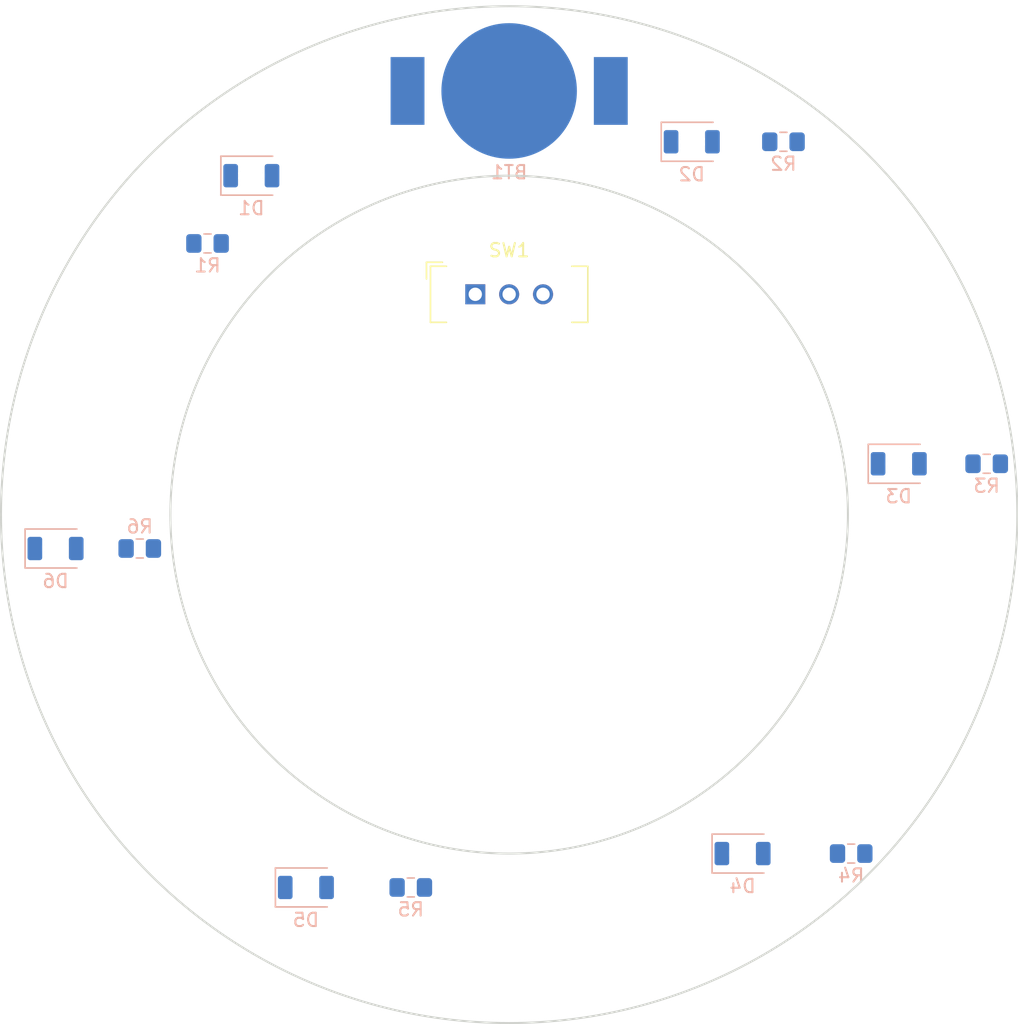
<source format=kicad_pcb>
(kicad_pcb (version 20171130) (host pcbnew 5.0.2-bee76a0~70~ubuntu16.04.1)

  (general
    (thickness 1.6)
    (drawings 2)
    (tracks 0)
    (zones 0)
    (modules 14)
    (nets 11)
  )

  (page A4)
  (layers
    (0 F.Cu signal)
    (31 B.Cu signal)
    (32 B.Adhes user)
    (33 F.Adhes user)
    (34 B.Paste user)
    (35 F.Paste user)
    (36 B.SilkS user)
    (37 F.SilkS user)
    (38 B.Mask user)
    (39 F.Mask user)
    (40 Dwgs.User user)
    (41 Cmts.User user)
    (42 Eco1.User user)
    (43 Eco2.User user)
    (44 Edge.Cuts user)
    (45 Margin user)
    (46 B.CrtYd user)
    (47 F.CrtYd user)
    (48 B.Fab user)
    (49 F.Fab user)
  )

  (setup
    (last_trace_width 0.25)
    (trace_clearance 0.2)
    (zone_clearance 0.508)
    (zone_45_only no)
    (trace_min 0.2)
    (segment_width 0.2)
    (edge_width 0.15)
    (via_size 0.8)
    (via_drill 0.4)
    (via_min_size 0.4)
    (via_min_drill 0.3)
    (uvia_size 0.3)
    (uvia_drill 0.1)
    (uvias_allowed no)
    (uvia_min_size 0.2)
    (uvia_min_drill 0.1)
    (pcb_text_width 0.3)
    (pcb_text_size 1.5 1.5)
    (mod_edge_width 0.15)
    (mod_text_size 1 1)
    (mod_text_width 0.15)
    (pad_size 1.524 1.524)
    (pad_drill 0.762)
    (pad_to_mask_clearance 0.051)
    (solder_mask_min_width 0.25)
    (aux_axis_origin 0 0)
    (visible_elements FFFFFF7F)
    (pcbplotparams
      (layerselection 0x010fc_ffffffff)
      (usegerberextensions false)
      (usegerberattributes false)
      (usegerberadvancedattributes false)
      (creategerberjobfile false)
      (excludeedgelayer true)
      (linewidth 0.100000)
      (plotframeref false)
      (viasonmask false)
      (mode 1)
      (useauxorigin false)
      (hpglpennumber 1)
      (hpglpenspeed 20)
      (hpglpendiameter 15.000000)
      (psnegative false)
      (psa4output false)
      (plotreference true)
      (plotvalue true)
      (plotinvisibletext false)
      (padsonsilk false)
      (subtractmaskfromsilk false)
      (outputformat 1)
      (mirror false)
      (drillshape 1)
      (scaleselection 1)
      (outputdirectory ""))
  )

  (net 0 "")
  (net 1 VCC)
  (net 2 "Net-(BT1-Pad2)")
  (net 3 GND)
  (net 4 "Net-(D1-Pad2)")
  (net 5 "Net-(D2-Pad2)")
  (net 6 "Net-(D3-Pad2)")
  (net 7 "Net-(D4-Pad2)")
  (net 8 "Net-(D5-Pad2)")
  (net 9 "Net-(D6-Pad2)")
  (net 10 "Net-(SW1-Pad3)")

  (net_class Default "This is the default net class."
    (clearance 0.2)
    (trace_width 0.25)
    (via_dia 0.8)
    (via_drill 0.4)
    (uvia_dia 0.3)
    (uvia_drill 0.1)
    (add_net GND)
    (add_net "Net-(BT1-Pad2)")
    (add_net "Net-(D1-Pad2)")
    (add_net "Net-(D2-Pad2)")
    (add_net "Net-(D3-Pad2)")
    (add_net "Net-(D4-Pad2)")
    (add_net "Net-(D5-Pad2)")
    (add_net "Net-(D6-Pad2)")
    (add_net "Net-(SW1-Pad3)")
    (add_net VCC)
  )

  (module salvation:LED_1206_3216Metric_ReverseMount_Hole1.8x2.4mm (layer B.Cu) (tedit 5D0054B9) (tstamp 5D21C876)
    (at 133.07 101.6)
    (path /5CFF7DF8)
    (fp_text reference D1 (at 0 2.4384) (layer B.SilkS)
      (effects (font (size 1 1) (thickness 0.15)) (justify mirror))
    )
    (fp_text value LED (at 0.0254 -2.2098) (layer B.Fab)
      (effects (font (size 1 1) (thickness 0.15)) (justify mirror))
    )
    (fp_line (start 1.6 1.46) (end -2.285 1.46) (layer B.SilkS) (width 0.12))
    (fp_line (start 1.6 0.8) (end -1.2 0.8) (layer B.Fab) (width 0.1))
    (fp_line (start 1.6 -0.8) (end 1.6 0.8) (layer B.Fab) (width 0.1))
    (fp_line (start 2.28 -1.46) (end -2.28 -1.46) (layer B.CrtYd) (width 0.05))
    (fp_line (start -1.6 0.4) (end -1.6 -0.8) (layer B.Fab) (width 0.1))
    (fp_line (start -2.285 -1.46) (end 1.6 -1.46) (layer B.SilkS) (width 0.12))
    (fp_line (start -2.28 -1.46) (end -2.28 1.46) (layer B.CrtYd) (width 0.05))
    (fp_line (start -1.6 -0.8) (end 1.6 -0.8) (layer B.Fab) (width 0.1))
    (fp_line (start -2.285 1.46) (end -2.285 -1.46) (layer B.SilkS) (width 0.12))
    (fp_line (start -1.2 0.8) (end -1.6 0.4) (layer B.Fab) (width 0.1))
    (fp_line (start 2.28 1.46) (end 2.28 -1.46) (layer B.CrtYd) (width 0.05))
    (fp_line (start -2.28 1.46) (end 2.28 1.46) (layer B.CrtYd) (width 0.05))
    (fp_text user %R (at 0 0) (layer B.Fab)
      (effects (font (size 0.8 0.8) (thickness 0.12)) (justify mirror))
    )
    (pad "" np_thru_hole circle (at 0 0) (size 1.8 1.8) (drill 1.8) (layers *.Cu))
    (pad 1 smd roundrect (at -1.55 0) (size 1.1 1.75) (layers B.Cu B.Paste B.Mask) (roundrect_rratio 0.175)
      (net 3 GND))
    (pad 2 smd roundrect (at 1.55 0) (size 1.1 1.75) (layers B.Cu B.Paste B.Mask) (roundrect_rratio 0.175)
      (net 4 "Net-(D1-Pad2)"))
  )

  (module salvation:LED_1206_3216Metric_ReverseMount_Hole1.8x2.4mm (layer B.Cu) (tedit 5D0054B9) (tstamp 5D21C88A)
    (at 166.09 99.06)
    (path /5CFF7DEA)
    (fp_text reference D2 (at 0 2.4384) (layer B.SilkS)
      (effects (font (size 1 1) (thickness 0.15)) (justify mirror))
    )
    (fp_text value LED (at 0.0254 -2.2098) (layer B.Fab)
      (effects (font (size 1 1) (thickness 0.15)) (justify mirror))
    )
    (fp_text user %R (at 0 0) (layer B.Fab)
      (effects (font (size 0.8 0.8) (thickness 0.12)) (justify mirror))
    )
    (fp_line (start -2.28 1.46) (end 2.28 1.46) (layer B.CrtYd) (width 0.05))
    (fp_line (start 2.28 1.46) (end 2.28 -1.46) (layer B.CrtYd) (width 0.05))
    (fp_line (start -1.2 0.8) (end -1.6 0.4) (layer B.Fab) (width 0.1))
    (fp_line (start -2.285 1.46) (end -2.285 -1.46) (layer B.SilkS) (width 0.12))
    (fp_line (start -1.6 -0.8) (end 1.6 -0.8) (layer B.Fab) (width 0.1))
    (fp_line (start -2.28 -1.46) (end -2.28 1.46) (layer B.CrtYd) (width 0.05))
    (fp_line (start -2.285 -1.46) (end 1.6 -1.46) (layer B.SilkS) (width 0.12))
    (fp_line (start -1.6 0.4) (end -1.6 -0.8) (layer B.Fab) (width 0.1))
    (fp_line (start 2.28 -1.46) (end -2.28 -1.46) (layer B.CrtYd) (width 0.05))
    (fp_line (start 1.6 -0.8) (end 1.6 0.8) (layer B.Fab) (width 0.1))
    (fp_line (start 1.6 0.8) (end -1.2 0.8) (layer B.Fab) (width 0.1))
    (fp_line (start 1.6 1.46) (end -2.285 1.46) (layer B.SilkS) (width 0.12))
    (pad 2 smd roundrect (at 1.55 0) (size 1.1 1.75) (layers B.Cu B.Paste B.Mask) (roundrect_rratio 0.175)
      (net 5 "Net-(D2-Pad2)"))
    (pad 1 smd roundrect (at -1.55 0) (size 1.1 1.75) (layers B.Cu B.Paste B.Mask) (roundrect_rratio 0.175)
      (net 3 GND))
    (pad "" np_thru_hole circle (at 0 0) (size 1.8 1.8) (drill 1.8) (layers *.Cu))
  )

  (module salvation:LED_1206_3216Metric_ReverseMount_Hole1.8x2.4mm (layer B.Cu) (tedit 5D0054B9) (tstamp 5D21C89E)
    (at 181.61 123.19)
    (path /5CFF786B)
    (fp_text reference D3 (at 0 2.4384) (layer B.SilkS)
      (effects (font (size 1 1) (thickness 0.15)) (justify mirror))
    )
    (fp_text value LED (at 0.0254 -2.2098) (layer B.Fab)
      (effects (font (size 1 1) (thickness 0.15)) (justify mirror))
    )
    (fp_line (start 1.6 1.46) (end -2.285 1.46) (layer B.SilkS) (width 0.12))
    (fp_line (start 1.6 0.8) (end -1.2 0.8) (layer B.Fab) (width 0.1))
    (fp_line (start 1.6 -0.8) (end 1.6 0.8) (layer B.Fab) (width 0.1))
    (fp_line (start 2.28 -1.46) (end -2.28 -1.46) (layer B.CrtYd) (width 0.05))
    (fp_line (start -1.6 0.4) (end -1.6 -0.8) (layer B.Fab) (width 0.1))
    (fp_line (start -2.285 -1.46) (end 1.6 -1.46) (layer B.SilkS) (width 0.12))
    (fp_line (start -2.28 -1.46) (end -2.28 1.46) (layer B.CrtYd) (width 0.05))
    (fp_line (start -1.6 -0.8) (end 1.6 -0.8) (layer B.Fab) (width 0.1))
    (fp_line (start -2.285 1.46) (end -2.285 -1.46) (layer B.SilkS) (width 0.12))
    (fp_line (start -1.2 0.8) (end -1.6 0.4) (layer B.Fab) (width 0.1))
    (fp_line (start 2.28 1.46) (end 2.28 -1.46) (layer B.CrtYd) (width 0.05))
    (fp_line (start -2.28 1.46) (end 2.28 1.46) (layer B.CrtYd) (width 0.05))
    (fp_text user %R (at 0 0) (layer B.Fab)
      (effects (font (size 0.8 0.8) (thickness 0.12)) (justify mirror))
    )
    (pad "" np_thru_hole circle (at 0 0) (size 1.8 1.8) (drill 1.8) (layers *.Cu))
    (pad 1 smd roundrect (at -1.55 0) (size 1.1 1.75) (layers B.Cu B.Paste B.Mask) (roundrect_rratio 0.175)
      (net 3 GND))
    (pad 2 smd roundrect (at 1.55 0) (size 1.1 1.75) (layers B.Cu B.Paste B.Mask) (roundrect_rratio 0.175)
      (net 6 "Net-(D3-Pad2)"))
  )

  (module salvation:LED_1206_3216Metric_ReverseMount_Hole1.8x2.4mm (layer B.Cu) (tedit 5D0054B9) (tstamp 5D21CCCB)
    (at 169.9 152.4)
    (path /5CFF785D)
    (fp_text reference D4 (at 0 2.4384) (layer B.SilkS)
      (effects (font (size 1 1) (thickness 0.15)) (justify mirror))
    )
    (fp_text value LED (at 0.0254 -2.2098) (layer B.Fab)
      (effects (font (size 1 1) (thickness 0.15)) (justify mirror))
    )
    (fp_text user %R (at 0 0) (layer B.Fab)
      (effects (font (size 0.8 0.8) (thickness 0.12)) (justify mirror))
    )
    (fp_line (start -2.28 1.46) (end 2.28 1.46) (layer B.CrtYd) (width 0.05))
    (fp_line (start 2.28 1.46) (end 2.28 -1.46) (layer B.CrtYd) (width 0.05))
    (fp_line (start -1.2 0.8) (end -1.6 0.4) (layer B.Fab) (width 0.1))
    (fp_line (start -2.285 1.46) (end -2.285 -1.46) (layer B.SilkS) (width 0.12))
    (fp_line (start -1.6 -0.8) (end 1.6 -0.8) (layer B.Fab) (width 0.1))
    (fp_line (start -2.28 -1.46) (end -2.28 1.46) (layer B.CrtYd) (width 0.05))
    (fp_line (start -2.285 -1.46) (end 1.6 -1.46) (layer B.SilkS) (width 0.12))
    (fp_line (start -1.6 0.4) (end -1.6 -0.8) (layer B.Fab) (width 0.1))
    (fp_line (start 2.28 -1.46) (end -2.28 -1.46) (layer B.CrtYd) (width 0.05))
    (fp_line (start 1.6 -0.8) (end 1.6 0.8) (layer B.Fab) (width 0.1))
    (fp_line (start 1.6 0.8) (end -1.2 0.8) (layer B.Fab) (width 0.1))
    (fp_line (start 1.6 1.46) (end -2.285 1.46) (layer B.SilkS) (width 0.12))
    (pad 2 smd roundrect (at 1.55 0) (size 1.1 1.75) (layers B.Cu B.Paste B.Mask) (roundrect_rratio 0.175)
      (net 7 "Net-(D4-Pad2)"))
    (pad 1 smd roundrect (at -1.55 0) (size 1.1 1.75) (layers B.Cu B.Paste B.Mask) (roundrect_rratio 0.175)
      (net 3 GND))
    (pad "" np_thru_hole circle (at 0 0) (size 1.8 1.8) (drill 1.8) (layers *.Cu))
  )

  (module salvation:LED_1206_3216Metric_ReverseMount_Hole1.8x2.4mm (layer B.Cu) (tedit 5D0054B9) (tstamp 5D21C8C6)
    (at 137.16 154.94)
    (path /5CFF6FB7)
    (fp_text reference D5 (at 0 2.4384) (layer B.SilkS)
      (effects (font (size 1 1) (thickness 0.15)) (justify mirror))
    )
    (fp_text value LED (at 0.0254 -2.2098) (layer B.Fab)
      (effects (font (size 1 1) (thickness 0.15)) (justify mirror))
    )
    (fp_line (start 1.6 1.46) (end -2.285 1.46) (layer B.SilkS) (width 0.12))
    (fp_line (start 1.6 0.8) (end -1.2 0.8) (layer B.Fab) (width 0.1))
    (fp_line (start 1.6 -0.8) (end 1.6 0.8) (layer B.Fab) (width 0.1))
    (fp_line (start 2.28 -1.46) (end -2.28 -1.46) (layer B.CrtYd) (width 0.05))
    (fp_line (start -1.6 0.4) (end -1.6 -0.8) (layer B.Fab) (width 0.1))
    (fp_line (start -2.285 -1.46) (end 1.6 -1.46) (layer B.SilkS) (width 0.12))
    (fp_line (start -2.28 -1.46) (end -2.28 1.46) (layer B.CrtYd) (width 0.05))
    (fp_line (start -1.6 -0.8) (end 1.6 -0.8) (layer B.Fab) (width 0.1))
    (fp_line (start -2.285 1.46) (end -2.285 -1.46) (layer B.SilkS) (width 0.12))
    (fp_line (start -1.2 0.8) (end -1.6 0.4) (layer B.Fab) (width 0.1))
    (fp_line (start 2.28 1.46) (end 2.28 -1.46) (layer B.CrtYd) (width 0.05))
    (fp_line (start -2.28 1.46) (end 2.28 1.46) (layer B.CrtYd) (width 0.05))
    (fp_text user %R (at 0 0) (layer B.Fab)
      (effects (font (size 0.8 0.8) (thickness 0.12)) (justify mirror))
    )
    (pad "" np_thru_hole circle (at 0 0) (size 1.8 1.8) (drill 1.8) (layers *.Cu))
    (pad 1 smd roundrect (at -1.55 0) (size 1.1 1.75) (layers B.Cu B.Paste B.Mask) (roundrect_rratio 0.175)
      (net 3 GND))
    (pad 2 smd roundrect (at 1.55 0) (size 1.1 1.75) (layers B.Cu B.Paste B.Mask) (roundrect_rratio 0.175)
      (net 8 "Net-(D5-Pad2)"))
  )

  (module salvation:LED_1206_3216Metric_ReverseMount_Hole1.8x2.4mm (layer B.Cu) (tedit 5D0054B9) (tstamp 5D21C8DA)
    (at 118.39 129.54)
    (path /5CFF495B)
    (fp_text reference D6 (at 0 2.4384) (layer B.SilkS)
      (effects (font (size 1 1) (thickness 0.15)) (justify mirror))
    )
    (fp_text value LED (at 0.0254 -2.2098) (layer B.Fab)
      (effects (font (size 1 1) (thickness 0.15)) (justify mirror))
    )
    (fp_text user %R (at 0 0) (layer B.Fab)
      (effects (font (size 0.8 0.8) (thickness 0.12)) (justify mirror))
    )
    (fp_line (start -2.28 1.46) (end 2.28 1.46) (layer B.CrtYd) (width 0.05))
    (fp_line (start 2.28 1.46) (end 2.28 -1.46) (layer B.CrtYd) (width 0.05))
    (fp_line (start -1.2 0.8) (end -1.6 0.4) (layer B.Fab) (width 0.1))
    (fp_line (start -2.285 1.46) (end -2.285 -1.46) (layer B.SilkS) (width 0.12))
    (fp_line (start -1.6 -0.8) (end 1.6 -0.8) (layer B.Fab) (width 0.1))
    (fp_line (start -2.28 -1.46) (end -2.28 1.46) (layer B.CrtYd) (width 0.05))
    (fp_line (start -2.285 -1.46) (end 1.6 -1.46) (layer B.SilkS) (width 0.12))
    (fp_line (start -1.6 0.4) (end -1.6 -0.8) (layer B.Fab) (width 0.1))
    (fp_line (start 2.28 -1.46) (end -2.28 -1.46) (layer B.CrtYd) (width 0.05))
    (fp_line (start 1.6 -0.8) (end 1.6 0.8) (layer B.Fab) (width 0.1))
    (fp_line (start 1.6 0.8) (end -1.2 0.8) (layer B.Fab) (width 0.1))
    (fp_line (start 1.6 1.46) (end -2.285 1.46) (layer B.SilkS) (width 0.12))
    (pad 2 smd roundrect (at 1.55 0) (size 1.1 1.75) (layers B.Cu B.Paste B.Mask) (roundrect_rratio 0.175)
      (net 9 "Net-(D6-Pad2)"))
    (pad 1 smd roundrect (at -1.55 0) (size 1.1 1.75) (layers B.Cu B.Paste B.Mask) (roundrect_rratio 0.175)
      (net 3 GND))
    (pad "" np_thru_hole circle (at 0 0) (size 1.8 1.8) (drill 1.8) (layers *.Cu))
  )

  (module Resistor_SMD:R_0805_2012Metric_Pad1.15x1.40mm_HandSolder (layer B.Cu) (tedit 5B36C52B) (tstamp 5D21C8EB)
    (at 129.785 106.68)
    (descr "Resistor SMD 0805 (2012 Metric), square (rectangular) end terminal, IPC_7351 nominal with elongated pad for handsoldering. (Body size source: https://docs.google.com/spreadsheets/d/1BsfQQcO9C6DZCsRaXUlFlo91Tg2WpOkGARC1WS5S8t0/edit?usp=sharing), generated with kicad-footprint-generator")
    (tags "resistor handsolder")
    (path /5CFF7DFF)
    (attr smd)
    (fp_text reference R1 (at 0 1.65) (layer B.SilkS)
      (effects (font (size 1 1) (thickness 0.15)) (justify mirror))
    )
    (fp_text value 68 (at 0 -1.65) (layer B.Fab)
      (effects (font (size 1 1) (thickness 0.15)) (justify mirror))
    )
    (fp_text user %R (at 0 0) (layer B.Fab)
      (effects (font (size 0.5 0.5) (thickness 0.08)) (justify mirror))
    )
    (fp_line (start 1.85 -0.95) (end -1.85 -0.95) (layer B.CrtYd) (width 0.05))
    (fp_line (start 1.85 0.95) (end 1.85 -0.95) (layer B.CrtYd) (width 0.05))
    (fp_line (start -1.85 0.95) (end 1.85 0.95) (layer B.CrtYd) (width 0.05))
    (fp_line (start -1.85 -0.95) (end -1.85 0.95) (layer B.CrtYd) (width 0.05))
    (fp_line (start -0.261252 -0.71) (end 0.261252 -0.71) (layer B.SilkS) (width 0.12))
    (fp_line (start -0.261252 0.71) (end 0.261252 0.71) (layer B.SilkS) (width 0.12))
    (fp_line (start 1 -0.6) (end -1 -0.6) (layer B.Fab) (width 0.1))
    (fp_line (start 1 0.6) (end 1 -0.6) (layer B.Fab) (width 0.1))
    (fp_line (start -1 0.6) (end 1 0.6) (layer B.Fab) (width 0.1))
    (fp_line (start -1 -0.6) (end -1 0.6) (layer B.Fab) (width 0.1))
    (pad 2 smd roundrect (at 1.025 0) (size 1.15 1.4) (layers B.Cu B.Paste B.Mask) (roundrect_rratio 0.217391)
      (net 4 "Net-(D1-Pad2)"))
    (pad 1 smd roundrect (at -1.025 0) (size 1.15 1.4) (layers B.Cu B.Paste B.Mask) (roundrect_rratio 0.217391)
      (net 1 VCC))
    (model ${KISYS3DMOD}/Resistor_SMD.3dshapes/R_0805_2012Metric.wrl
      (at (xyz 0 0 0))
      (scale (xyz 1 1 1))
      (rotate (xyz 0 0 0))
    )
  )

  (module Resistor_SMD:R_0805_2012Metric_Pad1.15x1.40mm_HandSolder (layer B.Cu) (tedit 5B36C52B) (tstamp 5D21C8FC)
    (at 172.965 99.06)
    (descr "Resistor SMD 0805 (2012 Metric), square (rectangular) end terminal, IPC_7351 nominal with elongated pad for handsoldering. (Body size source: https://docs.google.com/spreadsheets/d/1BsfQQcO9C6DZCsRaXUlFlo91Tg2WpOkGARC1WS5S8t0/edit?usp=sharing), generated with kicad-footprint-generator")
    (tags "resistor handsolder")
    (path /5CFF7DF1)
    (attr smd)
    (fp_text reference R2 (at 0 1.65) (layer B.SilkS)
      (effects (font (size 1 1) (thickness 0.15)) (justify mirror))
    )
    (fp_text value 68 (at 0 -1.65) (layer B.Fab)
      (effects (font (size 1 1) (thickness 0.15)) (justify mirror))
    )
    (fp_line (start -1 -0.6) (end -1 0.6) (layer B.Fab) (width 0.1))
    (fp_line (start -1 0.6) (end 1 0.6) (layer B.Fab) (width 0.1))
    (fp_line (start 1 0.6) (end 1 -0.6) (layer B.Fab) (width 0.1))
    (fp_line (start 1 -0.6) (end -1 -0.6) (layer B.Fab) (width 0.1))
    (fp_line (start -0.261252 0.71) (end 0.261252 0.71) (layer B.SilkS) (width 0.12))
    (fp_line (start -0.261252 -0.71) (end 0.261252 -0.71) (layer B.SilkS) (width 0.12))
    (fp_line (start -1.85 -0.95) (end -1.85 0.95) (layer B.CrtYd) (width 0.05))
    (fp_line (start -1.85 0.95) (end 1.85 0.95) (layer B.CrtYd) (width 0.05))
    (fp_line (start 1.85 0.95) (end 1.85 -0.95) (layer B.CrtYd) (width 0.05))
    (fp_line (start 1.85 -0.95) (end -1.85 -0.95) (layer B.CrtYd) (width 0.05))
    (fp_text user %R (at 0 0) (layer B.Fab)
      (effects (font (size 0.5 0.5) (thickness 0.08)) (justify mirror))
    )
    (pad 1 smd roundrect (at -1.025 0) (size 1.15 1.4) (layers B.Cu B.Paste B.Mask) (roundrect_rratio 0.217391)
      (net 1 VCC))
    (pad 2 smd roundrect (at 1.025 0) (size 1.15 1.4) (layers B.Cu B.Paste B.Mask) (roundrect_rratio 0.217391)
      (net 5 "Net-(D2-Pad2)"))
    (model ${KISYS3DMOD}/Resistor_SMD.3dshapes/R_0805_2012Metric.wrl
      (at (xyz 0 0 0))
      (scale (xyz 1 1 1))
      (rotate (xyz 0 0 0))
    )
  )

  (module Resistor_SMD:R_0805_2012Metric_Pad1.15x1.40mm_HandSolder (layer B.Cu) (tedit 5B36C52B) (tstamp 5D21C90D)
    (at 188.205 123.19)
    (descr "Resistor SMD 0805 (2012 Metric), square (rectangular) end terminal, IPC_7351 nominal with elongated pad for handsoldering. (Body size source: https://docs.google.com/spreadsheets/d/1BsfQQcO9C6DZCsRaXUlFlo91Tg2WpOkGARC1WS5S8t0/edit?usp=sharing), generated with kicad-footprint-generator")
    (tags "resistor handsolder")
    (path /5CFF7872)
    (attr smd)
    (fp_text reference R3 (at 0 1.65) (layer B.SilkS)
      (effects (font (size 1 1) (thickness 0.15)) (justify mirror))
    )
    (fp_text value 68 (at 0 -1.65) (layer B.Fab)
      (effects (font (size 1 1) (thickness 0.15)) (justify mirror))
    )
    (fp_text user %R (at 0 0) (layer B.Fab)
      (effects (font (size 0.5 0.5) (thickness 0.08)) (justify mirror))
    )
    (fp_line (start 1.85 -0.95) (end -1.85 -0.95) (layer B.CrtYd) (width 0.05))
    (fp_line (start 1.85 0.95) (end 1.85 -0.95) (layer B.CrtYd) (width 0.05))
    (fp_line (start -1.85 0.95) (end 1.85 0.95) (layer B.CrtYd) (width 0.05))
    (fp_line (start -1.85 -0.95) (end -1.85 0.95) (layer B.CrtYd) (width 0.05))
    (fp_line (start -0.261252 -0.71) (end 0.261252 -0.71) (layer B.SilkS) (width 0.12))
    (fp_line (start -0.261252 0.71) (end 0.261252 0.71) (layer B.SilkS) (width 0.12))
    (fp_line (start 1 -0.6) (end -1 -0.6) (layer B.Fab) (width 0.1))
    (fp_line (start 1 0.6) (end 1 -0.6) (layer B.Fab) (width 0.1))
    (fp_line (start -1 0.6) (end 1 0.6) (layer B.Fab) (width 0.1))
    (fp_line (start -1 -0.6) (end -1 0.6) (layer B.Fab) (width 0.1))
    (pad 2 smd roundrect (at 1.025 0) (size 1.15 1.4) (layers B.Cu B.Paste B.Mask) (roundrect_rratio 0.217391)
      (net 6 "Net-(D3-Pad2)"))
    (pad 1 smd roundrect (at -1.025 0) (size 1.15 1.4) (layers B.Cu B.Paste B.Mask) (roundrect_rratio 0.217391)
      (net 1 VCC))
    (model ${KISYS3DMOD}/Resistor_SMD.3dshapes/R_0805_2012Metric.wrl
      (at (xyz 0 0 0))
      (scale (xyz 1 1 1))
      (rotate (xyz 0 0 0))
    )
  )

  (module Resistor_SMD:R_0805_2012Metric_Pad1.15x1.40mm_HandSolder (layer B.Cu) (tedit 5B36C52B) (tstamp 5D21C91E)
    (at 178.045 152.4)
    (descr "Resistor SMD 0805 (2012 Metric), square (rectangular) end terminal, IPC_7351 nominal with elongated pad for handsoldering. (Body size source: https://docs.google.com/spreadsheets/d/1BsfQQcO9C6DZCsRaXUlFlo91Tg2WpOkGARC1WS5S8t0/edit?usp=sharing), generated with kicad-footprint-generator")
    (tags "resistor handsolder")
    (path /5CFF7864)
    (attr smd)
    (fp_text reference R4 (at 0 1.65) (layer B.SilkS)
      (effects (font (size 1 1) (thickness 0.15)) (justify mirror))
    )
    (fp_text value 68 (at 0 -1.65) (layer B.Fab)
      (effects (font (size 1 1) (thickness 0.15)) (justify mirror))
    )
    (fp_line (start -1 -0.6) (end -1 0.6) (layer B.Fab) (width 0.1))
    (fp_line (start -1 0.6) (end 1 0.6) (layer B.Fab) (width 0.1))
    (fp_line (start 1 0.6) (end 1 -0.6) (layer B.Fab) (width 0.1))
    (fp_line (start 1 -0.6) (end -1 -0.6) (layer B.Fab) (width 0.1))
    (fp_line (start -0.261252 0.71) (end 0.261252 0.71) (layer B.SilkS) (width 0.12))
    (fp_line (start -0.261252 -0.71) (end 0.261252 -0.71) (layer B.SilkS) (width 0.12))
    (fp_line (start -1.85 -0.95) (end -1.85 0.95) (layer B.CrtYd) (width 0.05))
    (fp_line (start -1.85 0.95) (end 1.85 0.95) (layer B.CrtYd) (width 0.05))
    (fp_line (start 1.85 0.95) (end 1.85 -0.95) (layer B.CrtYd) (width 0.05))
    (fp_line (start 1.85 -0.95) (end -1.85 -0.95) (layer B.CrtYd) (width 0.05))
    (fp_text user %R (at 0 0) (layer B.Fab)
      (effects (font (size 0.5 0.5) (thickness 0.08)) (justify mirror))
    )
    (pad 1 smd roundrect (at -1.025 0) (size 1.15 1.4) (layers B.Cu B.Paste B.Mask) (roundrect_rratio 0.217391)
      (net 1 VCC))
    (pad 2 smd roundrect (at 1.025 0) (size 1.15 1.4) (layers B.Cu B.Paste B.Mask) (roundrect_rratio 0.217391)
      (net 7 "Net-(D4-Pad2)"))
    (model ${KISYS3DMOD}/Resistor_SMD.3dshapes/R_0805_2012Metric.wrl
      (at (xyz 0 0 0))
      (scale (xyz 1 1 1))
      (rotate (xyz 0 0 0))
    )
  )

  (module Resistor_SMD:R_0805_2012Metric_Pad1.15x1.40mm_HandSolder (layer B.Cu) (tedit 5B36C52B) (tstamp 5D21CD5F)
    (at 145.025 154.94)
    (descr "Resistor SMD 0805 (2012 Metric), square (rectangular) end terminal, IPC_7351 nominal with elongated pad for handsoldering. (Body size source: https://docs.google.com/spreadsheets/d/1BsfQQcO9C6DZCsRaXUlFlo91Tg2WpOkGARC1WS5S8t0/edit?usp=sharing), generated with kicad-footprint-generator")
    (tags "resistor handsolder")
    (path /5CFF6FBE)
    (attr smd)
    (fp_text reference R5 (at 0 1.65) (layer B.SilkS)
      (effects (font (size 1 1) (thickness 0.15)) (justify mirror))
    )
    (fp_text value 68 (at 0 -1.65) (layer B.Fab)
      (effects (font (size 1 1) (thickness 0.15)) (justify mirror))
    )
    (fp_text user %R (at 0 0) (layer B.Fab)
      (effects (font (size 0.5 0.5) (thickness 0.08)) (justify mirror))
    )
    (fp_line (start 1.85 -0.95) (end -1.85 -0.95) (layer B.CrtYd) (width 0.05))
    (fp_line (start 1.85 0.95) (end 1.85 -0.95) (layer B.CrtYd) (width 0.05))
    (fp_line (start -1.85 0.95) (end 1.85 0.95) (layer B.CrtYd) (width 0.05))
    (fp_line (start -1.85 -0.95) (end -1.85 0.95) (layer B.CrtYd) (width 0.05))
    (fp_line (start -0.261252 -0.71) (end 0.261252 -0.71) (layer B.SilkS) (width 0.12))
    (fp_line (start -0.261252 0.71) (end 0.261252 0.71) (layer B.SilkS) (width 0.12))
    (fp_line (start 1 -0.6) (end -1 -0.6) (layer B.Fab) (width 0.1))
    (fp_line (start 1 0.6) (end 1 -0.6) (layer B.Fab) (width 0.1))
    (fp_line (start -1 0.6) (end 1 0.6) (layer B.Fab) (width 0.1))
    (fp_line (start -1 -0.6) (end -1 0.6) (layer B.Fab) (width 0.1))
    (pad 2 smd roundrect (at 1.025 0) (size 1.15 1.4) (layers B.Cu B.Paste B.Mask) (roundrect_rratio 0.217391)
      (net 8 "Net-(D5-Pad2)"))
    (pad 1 smd roundrect (at -1.025 0) (size 1.15 1.4) (layers B.Cu B.Paste B.Mask) (roundrect_rratio 0.217391)
      (net 1 VCC))
    (model ${KISYS3DMOD}/Resistor_SMD.3dshapes/R_0805_2012Metric.wrl
      (at (xyz 0 0 0))
      (scale (xyz 1 1 1))
      (rotate (xyz 0 0 0))
    )
  )

  (module Resistor_SMD:R_0805_2012Metric_Pad1.15x1.40mm_HandSolder (layer B.Cu) (tedit 5B36C52B) (tstamp 5D21C940)
    (at 124.705 129.54 180)
    (descr "Resistor SMD 0805 (2012 Metric), square (rectangular) end terminal, IPC_7351 nominal with elongated pad for handsoldering. (Body size source: https://docs.google.com/spreadsheets/d/1BsfQQcO9C6DZCsRaXUlFlo91Tg2WpOkGARC1WS5S8t0/edit?usp=sharing), generated with kicad-footprint-generator")
    (tags "resistor handsolder")
    (path /5CFF58D4)
    (attr smd)
    (fp_text reference R6 (at 0 1.65 180) (layer B.SilkS)
      (effects (font (size 1 1) (thickness 0.15)) (justify mirror))
    )
    (fp_text value 68 (at 0 -1.65 180) (layer B.Fab)
      (effects (font (size 1 1) (thickness 0.15)) (justify mirror))
    )
    (fp_line (start -1 -0.6) (end -1 0.6) (layer B.Fab) (width 0.1))
    (fp_line (start -1 0.6) (end 1 0.6) (layer B.Fab) (width 0.1))
    (fp_line (start 1 0.6) (end 1 -0.6) (layer B.Fab) (width 0.1))
    (fp_line (start 1 -0.6) (end -1 -0.6) (layer B.Fab) (width 0.1))
    (fp_line (start -0.261252 0.71) (end 0.261252 0.71) (layer B.SilkS) (width 0.12))
    (fp_line (start -0.261252 -0.71) (end 0.261252 -0.71) (layer B.SilkS) (width 0.12))
    (fp_line (start -1.85 -0.95) (end -1.85 0.95) (layer B.CrtYd) (width 0.05))
    (fp_line (start -1.85 0.95) (end 1.85 0.95) (layer B.CrtYd) (width 0.05))
    (fp_line (start 1.85 0.95) (end 1.85 -0.95) (layer B.CrtYd) (width 0.05))
    (fp_line (start 1.85 -0.95) (end -1.85 -0.95) (layer B.CrtYd) (width 0.05))
    (fp_text user %R (at 0 0 180) (layer B.Fab)
      (effects (font (size 0.5 0.5) (thickness 0.08)) (justify mirror))
    )
    (pad 1 smd roundrect (at -1.025 0 180) (size 1.15 1.4) (layers B.Cu B.Paste B.Mask) (roundrect_rratio 0.217391)
      (net 1 VCC))
    (pad 2 smd roundrect (at 1.025 0 180) (size 1.15 1.4) (layers B.Cu B.Paste B.Mask) (roundrect_rratio 0.217391)
      (net 9 "Net-(D6-Pad2)"))
    (model ${KISYS3DMOD}/Resistor_SMD.3dshapes/R_0805_2012Metric.wrl
      (at (xyz 0 0 0))
      (scale (xyz 1 1 1))
      (rotate (xyz 0 0 0))
    )
  )

  (module salvation:SW_EG1218_SPDT (layer F.Cu) (tedit 5CFEFA51) (tstamp 5D21C959)
    (at 152.4 110.49)
    (path /5CFF8C4F)
    (fp_text reference SW1 (at 0 -3.3) (layer F.SilkS)
      (effects (font (size 1 1) (thickness 0.15)))
    )
    (fp_text value SW_SPDT (at 0 3.4) (layer F.Fab)
      (effects (font (size 1 1) (thickness 0.15)))
    )
    (fp_line (start 5.9 2.1) (end 4.7 2.1) (layer F.SilkS) (width 0.12))
    (fp_text user %R (at 0 0) (layer F.Fab)
      (effects (font (size 1 1) (thickness 0.15)))
    )
    (fp_line (start -4.8 -2) (end 5.8 -2) (layer F.Fab) (width 0.1))
    (fp_line (start 6.1 -2.5) (end 6.1 2.5) (layer F.CrtYd) (width 0.05))
    (fp_line (start 6.1 2.5) (end -6.1 2.5) (layer F.CrtYd) (width 0.05))
    (fp_line (start -6.1 2.5) (end -6.1 -2.5) (layer F.CrtYd) (width 0.05))
    (fp_line (start -5 -2.4) (end -6.2 -2.4) (layer F.SilkS) (width 0.12))
    (fp_line (start 4.7 -2.1) (end 5.9 -2.1) (layer F.SilkS) (width 0.12))
    (fp_line (start -6.2 -2.4) (end -6.2 -1.15) (layer F.SilkS) (width 0.12))
    (fp_line (start 5.8 -2) (end 5.8 2) (layer F.Fab) (width 0.1))
    (fp_line (start -5.9 -2.1) (end -5.9 2.1) (layer F.SilkS) (width 0.12))
    (fp_line (start -5.9 2.1) (end -4.7 2.1) (layer F.SilkS) (width 0.12))
    (fp_line (start -4.7 -2.1) (end -5.9 -2.1) (layer F.SilkS) (width 0.12))
    (fp_line (start 5.9 -2.1) (end 5.9 2.1) (layer F.SilkS) (width 0.12))
    (fp_line (start -6.1 -2.5) (end 6.1 -2.5) (layer F.CrtYd) (width 0.05))
    (fp_line (start -5.8 2) (end -5.8 -1) (layer F.Fab) (width 0.1))
    (fp_line (start -4.8 -2) (end -5.8 -1) (layer F.Fab) (width 0.1))
    (fp_line (start 5.8 2) (end -5.8 2) (layer F.Fab) (width 0.1))
    (pad 3 thru_hole circle (at 2.54 0) (size 1.5 1.5) (drill 1) (layers *.Cu *.Mask)
      (net 10 "Net-(SW1-Pad3)"))
    (pad 2 thru_hole circle (at 0 0) (size 1.5 1.5) (drill 1) (layers *.Cu *.Mask)
      (net 2 "Net-(BT1-Pad2)"))
    (pad 1 thru_hole rect (at -2.54 0) (size 1.5 1.5) (drill 1) (layers *.Cu *.Mask)
      (net 3 GND))
  )

  (module salvation:BatteryHolder_Linx_CR1216_SMD (layer B.Cu) (tedit 5D09A347) (tstamp 5D2D45BF)
    (at 152.4 95.25)
    (path /5CFF5C08)
    (fp_text reference BT1 (at 0 6.096) (layer B.SilkS)
      (effects (font (size 1 1) (thickness 0.15)) (justify mirror))
    )
    (fp_text value Battery_Cell (at 0 -6.096) (layer B.Fab)
      (effects (font (size 1 1) (thickness 0.0762)) (justify mirror))
    )
    (fp_line (start 6.731 4.572) (end 6.731 -4.826) (layer B.Fab) (width 0.15))
    (fp_line (start 6.731 -4.826) (end -6.731 -4.826) (layer B.Fab) (width 0.15))
    (fp_line (start -6.731 -4.826) (end -6.731 4.572) (layer B.Fab) (width 0.15))
    (fp_line (start -6.731 4.572) (end 6.731 4.572) (layer B.Fab) (width 0.15))
    (fp_text user REF** (at 0 0) (layer B.Fab)
      (effects (font (size 1 1) (thickness 0.15)) (justify mirror))
    )
    (fp_line (start -9.144 -5.334) (end -9.144 5.334) (layer B.CrtYd) (width 0.0508))
    (fp_line (start 9.144 5.334) (end 9.144 -5.334) (layer B.CrtYd) (width 0.0508))
    (fp_line (start 9.144 -5.334) (end -9.144 -5.334) (layer B.CrtYd) (width 0.0508))
    (fp_line (start -9.144 5.334) (end 9.144 5.334) (layer B.CrtYd) (width 0.0508))
    (pad 2 smd circle (at 0 0) (size 10.16 10.16) (layers B.Cu B.Paste B.Mask)
      (net 2 "Net-(BT1-Pad2)"))
    (pad 1 smd rect (at -7.62 0) (size 2.54 5.08) (layers B.Cu B.Paste B.Mask)
      (net 1 VCC))
    (pad 1 smd rect (at 7.62 0) (size 2.54 5.08) (layers B.Cu B.Paste B.Mask)
      (net 1 VCC))
  )

  (gr_circle (center 152.4 127) (end 177.8 127) (layer Edge.Cuts) (width 0.15))
  (gr_circle (center 152.4 127) (end 190.5 127) (layer Edge.Cuts) (width 0.15))

)

</source>
